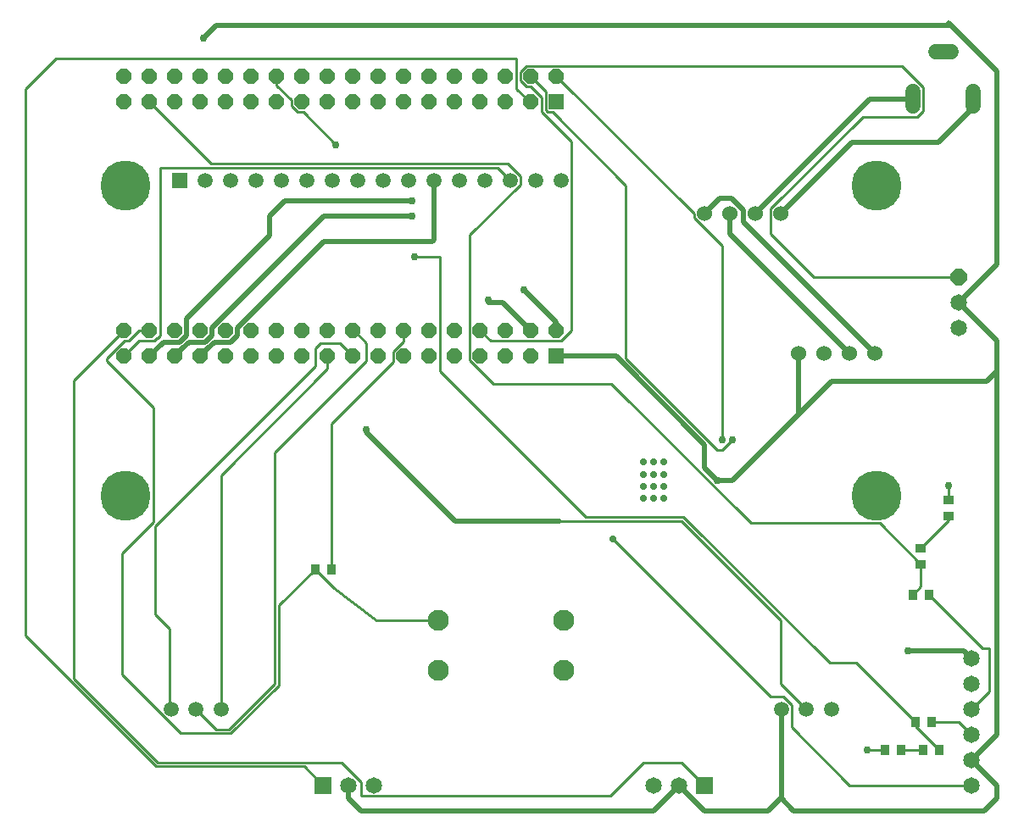
<source format=gbr>
G04 EAGLE Gerber RS-274X export*
G75*
%MOMM*%
%FSLAX34Y34*%
%LPD*%
%INTop Copper*%
%IPPOS*%
%AMOC8*
5,1,8,0,0,1.08239X$1,22.5*%
G01*
%ADD10R,1.524000X1.524000*%
%ADD11P,1.649562X8X202.500000*%
%ADD12C,1.508000*%
%ADD13C,1.524000*%
%ADD14C,1.651000*%
%ADD15C,0.708000*%
%ADD16R,1.508000X1.508000*%
%ADD17C,1.508000*%
%ADD18C,5.000000*%
%ADD19P,1.787026X8X202.500000*%
%ADD20R,1.651000X1.651000*%
%ADD21C,2.100000*%
%ADD22R,0.949959X1.031241*%
%ADD23R,1.031241X0.949959*%
%ADD24C,0.508000*%
%ADD25C,0.756400*%
%ADD26C,0.254000*%
%ADD27C,0.711200*%


D10*
X563200Y467100D03*
D11*
X563200Y492500D03*
X537800Y467100D03*
X537800Y492500D03*
X512400Y467100D03*
X512400Y492500D03*
X487000Y467100D03*
X487000Y492500D03*
X461600Y467100D03*
X461600Y492500D03*
X436200Y467100D03*
X436200Y492500D03*
X410800Y467100D03*
X410800Y492500D03*
X385400Y467100D03*
X385400Y492500D03*
X360000Y467100D03*
X360000Y492500D03*
X334600Y467100D03*
X334600Y492500D03*
X309200Y467100D03*
X309200Y492500D03*
X283800Y467100D03*
X283800Y492500D03*
X258400Y467100D03*
X258400Y492500D03*
X233000Y467100D03*
X233000Y492500D03*
X207600Y467100D03*
X207600Y492500D03*
X182200Y467100D03*
X182200Y492500D03*
X156800Y467100D03*
X156800Y492500D03*
X131400Y467100D03*
X131400Y492500D03*
D10*
X563200Y721100D03*
D11*
X563200Y746500D03*
X537800Y721100D03*
X537800Y746500D03*
X512400Y721100D03*
X512400Y746500D03*
X487000Y721100D03*
X487000Y746500D03*
X461600Y721100D03*
X461600Y746500D03*
X436200Y721100D03*
X436200Y746500D03*
X410800Y721100D03*
X410800Y746500D03*
X385400Y721100D03*
X385400Y746500D03*
X360000Y721100D03*
X360000Y746500D03*
X334600Y721100D03*
X334600Y746500D03*
X309200Y721100D03*
X309200Y746500D03*
X283800Y721100D03*
X283800Y746500D03*
X258400Y721100D03*
X258400Y746500D03*
X233000Y721100D03*
X233000Y746500D03*
X207600Y721100D03*
X207600Y746500D03*
X182200Y721100D03*
X182200Y746500D03*
X156800Y721100D03*
X156800Y746500D03*
X131400Y721100D03*
X131400Y746500D03*
D12*
X979400Y731440D02*
X979400Y716360D01*
X919400Y716360D02*
X919400Y731440D01*
X941860Y770900D02*
X956940Y770900D01*
D13*
X787400Y609600D03*
X762000Y609600D03*
X736600Y609600D03*
X711200Y609600D03*
X881380Y469900D03*
X855980Y469900D03*
X830580Y469900D03*
X805180Y469900D03*
D14*
X977900Y165100D03*
X977900Y139700D03*
X977900Y114300D03*
X977900Y88900D03*
X977900Y63500D03*
X977900Y38100D03*
D15*
X650400Y324900D03*
X660400Y324900D03*
X670400Y324900D03*
X650400Y336900D03*
X660400Y336900D03*
X670400Y336900D03*
X650400Y348900D03*
X660400Y348900D03*
X670400Y348900D03*
X650400Y360900D03*
X660400Y360900D03*
X670400Y360900D03*
D16*
X186600Y642600D03*
D17*
X212000Y642600D03*
X237400Y642600D03*
X262800Y642600D03*
X288200Y642600D03*
X313600Y642600D03*
X339000Y642600D03*
X364400Y642600D03*
X389800Y642600D03*
X415200Y642600D03*
X440600Y642600D03*
X466000Y642600D03*
X491400Y642600D03*
X516800Y642600D03*
X542200Y642600D03*
X567600Y642600D03*
D18*
X883000Y637600D03*
X133000Y637600D03*
X133000Y327600D03*
X883000Y327600D03*
D17*
X787800Y114300D03*
X812800Y114300D03*
X837800Y114300D03*
D19*
X965200Y546100D03*
D14*
X965200Y520700D03*
X965200Y495300D03*
D20*
X711200Y38100D03*
D14*
X685800Y38100D03*
X660400Y38100D03*
D20*
X330200Y38100D03*
D14*
X355600Y38100D03*
X381000Y38100D03*
D17*
X178200Y114300D03*
X203200Y114300D03*
X228200Y114300D03*
D21*
X570500Y202800D03*
X570500Y152800D03*
X445500Y152800D03*
X445500Y202800D03*
D22*
X937641Y101600D03*
X921639Y101600D03*
X929259Y73660D03*
X945261Y73660D03*
X907161Y73660D03*
X891159Y73660D03*
X935101Y228600D03*
X919099Y228600D03*
D23*
X927100Y274701D03*
X927100Y258699D03*
X955040Y306959D03*
X955040Y322961D03*
D22*
X338201Y254000D03*
X322199Y254000D03*
D24*
X762000Y609600D02*
X876300Y723900D01*
X919400Y723900D01*
X355600Y38100D02*
X355600Y25400D01*
X368300Y12700D01*
X660400Y12700D02*
X685800Y38100D01*
X660400Y12700D02*
X368300Y12700D01*
X685800Y38100D02*
X711200Y12700D01*
X774700Y12700D01*
X787800Y25800D02*
X787800Y114300D01*
X787800Y25800D02*
X774700Y12700D01*
X787800Y25000D02*
X787800Y25800D01*
X787800Y25000D02*
X800100Y12700D01*
X990600Y12700D01*
X1003300Y25400D01*
X1003300Y38100D02*
X977900Y63500D01*
X1003300Y38100D02*
X1003300Y25400D01*
X977900Y63500D02*
X1003300Y88900D01*
X1003300Y452120D01*
X1003300Y482600D01*
X965200Y520700D01*
X739140Y342900D02*
X723900Y342900D01*
D25*
X723900Y342900D03*
D24*
X711200Y355600D01*
X711200Y378460D01*
X622560Y467100D01*
X563200Y467100D01*
X739140Y342900D02*
X805180Y408940D01*
X805180Y469900D01*
X838200Y441960D02*
X805180Y408940D01*
X993140Y441960D02*
X1003300Y452120D01*
X993140Y441960D02*
X838200Y441960D01*
X965200Y520700D02*
X1003300Y558800D01*
X1003300Y751840D02*
X957580Y797560D01*
X955040Y800100D01*
X212000Y642600D02*
X207427Y642600D01*
X1003300Y558800D02*
X1003300Y751840D01*
X957580Y797560D02*
X223520Y797560D01*
X210820Y784860D01*
D25*
X210820Y784860D03*
D26*
X873760Y73660D02*
X891159Y73660D01*
D25*
X873760Y73660D03*
D26*
X955040Y322961D02*
X955040Y337820D01*
D25*
X955040Y337820D03*
D24*
X787400Y609600D02*
X858520Y680720D01*
X944880Y680720D01*
X979400Y715240D01*
X979400Y723900D01*
X736600Y589280D02*
X855980Y469900D01*
X736600Y589280D02*
X736600Y609600D01*
D25*
X914400Y172720D03*
D24*
X970280Y172720D01*
X977900Y165100D01*
D26*
X977900Y38100D02*
X855980Y38100D01*
X798134Y95946D02*
X798134Y118581D01*
X789715Y127000D01*
X782320Y127000D01*
X798134Y95946D02*
X855980Y38100D01*
D27*
X619760Y284480D03*
D26*
X777240Y127000D01*
X782320Y127000D01*
D24*
X711200Y609600D02*
X726440Y624840D01*
X737884Y624840D02*
X750316Y612408D01*
X737884Y624840D02*
X726440Y624840D01*
X750316Y600964D02*
X881380Y469900D01*
X750316Y600964D02*
X750316Y612408D01*
D25*
X530860Y533400D03*
D24*
X563200Y501060D01*
X563200Y492500D01*
X537800Y492500D02*
X509600Y520700D01*
X495300Y520700D01*
X495300Y523240D01*
D25*
X495300Y523240D03*
D26*
X923681Y706026D02*
X929734Y712080D01*
X929734Y735721D01*
X533486Y756914D02*
X527386Y750814D01*
X527386Y742186D01*
X533486Y736086D01*
X776986Y613914D02*
X776986Y589022D01*
X776986Y613914D02*
X869098Y706026D01*
X537542Y736086D02*
X533486Y736086D01*
X537542Y736086D02*
X548722Y724906D01*
X548722Y710639D01*
X577934Y681427D02*
X577934Y492506D01*
X567514Y482086D01*
X869098Y706026D02*
X923681Y706026D01*
X577934Y681427D02*
X548722Y710639D01*
X567514Y482086D02*
X497414Y482086D01*
X487000Y492500D01*
X908541Y756914D02*
X929734Y735721D01*
X908541Y756914D02*
X533486Y756914D01*
X819908Y546100D02*
X965200Y546100D01*
X819908Y546100D02*
X776986Y589022D01*
X131400Y492500D02*
X81280Y442380D01*
X81280Y144780D01*
X165100Y60960D01*
X348366Y60960D01*
X368300Y41026D01*
X368300Y27940D01*
X617220Y27940D01*
X650240Y60960D01*
X688340Y60960D02*
X711200Y38100D01*
X688340Y60960D02*
X650240Y60960D01*
X330200Y38100D02*
X311404Y56896D01*
X163417Y56896D01*
X33020Y187293D01*
X33020Y734060D01*
X536200Y721100D02*
X537800Y721100D01*
X536200Y721100D02*
X523240Y734060D01*
X523240Y764540D01*
X63500Y764540D01*
X33020Y734060D01*
X965200Y101600D02*
X977900Y88900D01*
X965200Y101600D02*
X937641Y101600D01*
X929259Y73660D02*
X907161Y73660D01*
X988441Y175260D02*
X935101Y228600D01*
X988441Y175260D02*
X995680Y175260D01*
X995680Y132080D01*
X977900Y114300D01*
X927100Y274701D02*
X955040Y302641D01*
X955040Y306959D01*
X787400Y139700D02*
X812800Y114300D01*
X787400Y139700D02*
X787400Y203200D01*
X688340Y302260D01*
X566420Y302260D01*
D24*
X462280Y302260D01*
X373380Y391160D01*
X373380Y393700D01*
D25*
X373380Y393700D03*
D26*
X164168Y485140D02*
X161114Y482086D01*
X164168Y485140D02*
X165100Y485140D01*
X146386Y482086D02*
X131400Y467100D01*
X146386Y482086D02*
X161114Y482086D01*
X165100Y485140D02*
X167640Y487680D01*
X167640Y655320D01*
X504080Y655320D01*
X516800Y642600D01*
X445500Y202800D02*
X383527Y202800D01*
X340993Y235206D01*
X322199Y254000D01*
X114300Y461899D02*
X114300Y464820D01*
X286004Y138017D02*
X237903Y89916D01*
X286004Y217805D02*
X322199Y254000D01*
X286004Y217805D02*
X286004Y138017D01*
X160794Y301161D02*
X160794Y415405D01*
X114300Y461899D01*
X129270Y269637D02*
X129270Y148616D01*
X129270Y269637D02*
X160794Y301161D01*
X187970Y89916D02*
X237903Y89916D01*
X187970Y89916D02*
X129270Y148616D01*
X114300Y464820D02*
X131566Y482086D01*
X135714Y482086D01*
X146128Y492500D02*
X156800Y492500D01*
X146128Y492500D02*
X135714Y482086D01*
D24*
X276860Y587160D02*
X276860Y607060D01*
X193884Y487660D02*
X187040Y480816D01*
X170516Y480816D02*
X156800Y467100D01*
X193884Y504184D02*
X276860Y587160D01*
X187040Y480816D02*
X170516Y480816D01*
X193884Y487660D02*
X193884Y504184D01*
X276860Y607060D02*
X292100Y622300D01*
D25*
X419100Y622300D03*
D24*
X292100Y622300D01*
X189312Y474212D02*
X182200Y467100D01*
X189312Y474212D02*
X189775Y474212D01*
X212440Y480816D02*
X219284Y487660D01*
X196379Y480816D02*
X189775Y474212D01*
X196379Y480816D02*
X212440Y480816D01*
X219284Y487660D02*
X219284Y495308D01*
X331036Y607060D01*
D25*
X419100Y607060D03*
D24*
X331036Y607060D01*
X214712Y474212D02*
X207600Y467100D01*
X214712Y474212D02*
X215175Y474212D01*
X237840Y480816D02*
X244684Y487660D01*
X221779Y480816D02*
X215175Y474212D01*
X221779Y480816D02*
X237840Y480816D01*
X244684Y487660D02*
X244684Y495308D01*
X331036Y581660D01*
X439420Y581660D01*
X440600Y582840D01*
X440600Y642600D01*
D26*
X919099Y228600D02*
X927100Y236601D01*
X927100Y258699D01*
X885993Y299806D01*
X757694Y299806D01*
X618080Y439420D01*
X218516Y659384D02*
X156800Y721100D01*
X527134Y646881D02*
X527134Y638320D01*
X514631Y659384D02*
X218516Y659384D01*
X514631Y659384D02*
X527134Y646881D01*
X527134Y638320D02*
X476586Y587772D01*
X476586Y462786D01*
X499952Y439420D01*
X618080Y439420D01*
X921639Y101600D02*
X921639Y97282D01*
X945261Y73660D01*
X921639Y101600D02*
X862869Y160370D01*
X690023Y306324D02*
X592836Y306324D01*
X690023Y306324D02*
X835977Y160370D01*
X447040Y452120D02*
X447040Y566420D01*
D25*
X421640Y566420D03*
X342900Y678180D03*
D26*
X283800Y737280D02*
X283800Y746500D01*
X310394Y710686D02*
X342900Y678180D01*
X310394Y710686D02*
X304886Y710686D01*
X298786Y716786D01*
X298786Y722294D01*
X283800Y737280D01*
X835977Y160370D02*
X862869Y160370D01*
X592836Y306324D02*
X447040Y452120D01*
X447040Y566420D02*
X421640Y566420D01*
D25*
X728980Y383540D03*
D26*
X700786Y605286D02*
X700786Y608914D01*
X563200Y746500D01*
X728980Y577092D02*
X728980Y383540D01*
X728980Y577092D02*
X700786Y605286D01*
D25*
X739140Y383540D03*
D26*
X728980Y373380D01*
X723900Y373380D01*
X632460Y464820D01*
X632460Y637540D01*
X554423Y710686D02*
X552786Y712323D01*
X552786Y731514D02*
X537800Y746500D01*
X552786Y731514D02*
X552786Y712323D01*
X559314Y710686D02*
X632460Y637540D01*
X559314Y710686D02*
X554423Y710686D01*
X322580Y474980D02*
X322580Y457200D01*
X322580Y474980D02*
X327660Y480060D01*
X347040Y480060D02*
X360000Y467100D01*
X322580Y457200D02*
X162560Y297180D01*
X327660Y480060D02*
X347040Y480060D01*
X162560Y208782D02*
X177130Y194212D01*
X177130Y115370D02*
X178200Y114300D01*
X177130Y115370D02*
X177130Y194212D01*
X162560Y208782D02*
X162560Y297180D01*
X203200Y114300D02*
X223520Y93980D01*
X373380Y462280D02*
X373380Y480060D01*
X360940Y492500D01*
X360000Y492500D01*
X236220Y93980D02*
X223520Y93980D01*
X236220Y93980D02*
X281940Y139700D01*
X281940Y370840D01*
X373380Y462280D01*
X228200Y347580D02*
X228200Y114300D01*
X334600Y453980D02*
X334600Y467100D01*
X334600Y453980D02*
X228200Y347580D01*
X338201Y399161D02*
X338201Y254000D01*
X410800Y481828D02*
X410800Y492500D01*
X400386Y471414D02*
X400386Y461346D01*
X400386Y471414D02*
X410800Y481828D01*
X400386Y461346D02*
X338201Y399161D01*
M02*

</source>
